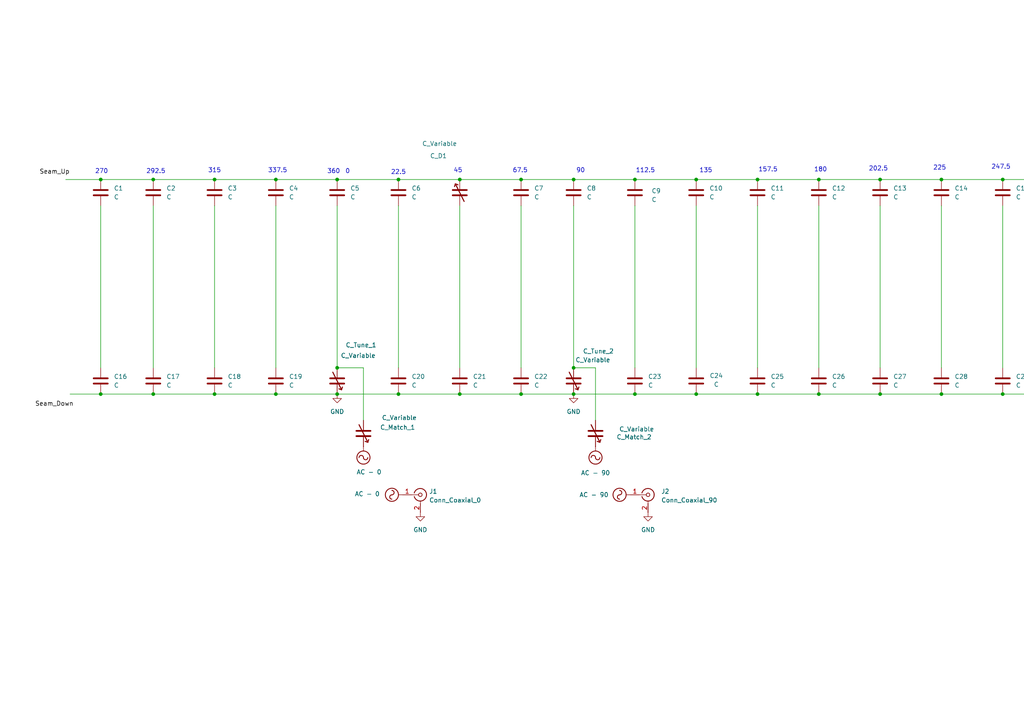
<source format=kicad_sch>
(kicad_sch (version 20250114) (generator "eeschema") (generator_version "9.0")
  (paper "A4")
  (lib_symbols
    (symbol "Connector:Conn_Coaxial" (pin_names (offset 1.016) (hide yes))
      (property "Reference" "J" (at 0.254 3.048 0))
      (property "Value" "Conn_Coaxial" (at 2.921 0 90))
      (symbol "Conn_Coaxial_0_1"
        (polyline (pts (xy -2.54 0) (xy -0.508 0)))
        (arc (start 1.778 0) (mid 0.222 -1.8079) (end -1.778 -0.508) (stroke (width 0.254)))
        (arc (start -1.778 0.508) (mid 0.2221 1.8084) (end 1.778 0) (stroke (width 0.254)))
        (circle (center 0 0) (radius 0.508) (stroke (width 0.2032)))
        (polyline (pts (xy 0 -2.54) (xy 0 -1.778)))
      )
      (symbol "Conn_Coaxial_1_1"
        (pin passive line (at -5.08 0 0) (length 2.54) (name "In") (number "1"))
        (pin passive line (at 0 -5.08 90) (length 2.54) (name "Ext") (number "2"))
      )
    )
    (symbol "Device:C" (pin_numbers (hide yes)) (pin_names (offset 0.254))
      (property "Reference" "C" (at 0.635 2.54 0))
      (property "Value" "C" (at 0.635 -2.54 0))
      (symbol "C_0_1"
        (polyline (pts (xy -2.032 0.762) (xy 2.032 0.762)) (stroke (width 0.508)))
        (polyline (pts (xy -2.032 -0.762) (xy 2.032 -0.762)) (stroke (width 0.508)))
      )
      (symbol "C_1_1"
        (pin passive line (at 0 3.81 270) (length 2.794) (name "~") (number "1"))
        (pin passive line (at 0 -3.81 90) (length 2.794) (name "~") (number "2"))
      )
    )
    (symbol "Device:C_Variable" (pin_numbers (hide yes)) (pin_names (offset 0.254) (hide yes))
      (property "Reference" "C" (at 0.635 -1.905 0))
      (property "Value" "C_Variable" (at 0.635 -3.81 0))
      (symbol "C_Variable_0_1"
        (polyline (pts (xy -2.032 0.762) (xy 2.032 0.762)) (stroke (width 0.508)))
        (polyline (pts (xy -2.032 -0.762) (xy 2.032 -0.762)) (stroke (width 0.508)))
        (polyline (pts (xy 1.27 2.54) (xy -1.27 -2.54)) (stroke (width 0.3048)))
        (polyline (pts (xy 1.27 2.54) (xy 0.508 2.286)) (stroke (width 0.3048)))
        (polyline (pts (xy 1.27 2.54) (xy 1.524 1.778)) (stroke (width 0.3048)))
      )
      (symbol "C_Variable_1_1"
        (pin passive line (at 0 3.81 270) (length 3.048) (name "~") (number "1"))
        (pin passive line (at 0 -3.81 90) (length 3.048) (name "~") (number "2"))
      )
    )
    (symbol "power:AC" (power) (pin_numbers (hide yes)) (pin_names (offset 0) (hide yes))
      (property "Value" "AC" (at 0 6.35 0))
      (symbol "AC_0_1"
        (arc (start -1.27 3.175) (mid -0.635 3.8073) (end 0 3.175) (stroke (width 0.254)))
        (circle (center 0 3.175) (radius 1.905) (stroke (width 0.254)))
        (polyline (pts (xy 0 0) (xy 0 1.27)))
        (arc (start 1.27 3.175) (mid 0.635 2.5427) (end 0 3.175) (stroke (width 0.254)))
      )
      (symbol "AC_1_1"
        (pin power_in line (at 0 0 90) (length 0) (name "~") (number "1"))
      )
    )
    (symbol "power:GND" (power) (pin_numbers (hide yes)) (pin_names (offset 0) (hide yes))
      (property "Value" "GND" (at 0 -3.81 0))
      (symbol "GND_0_1"
        (polyline (pts (xy 0 0) (xy 0 -1.27) (xy 1.27 -1.27) (xy 0 -2.54) (xy -1.27 -1.27) (xy 0 -1.27)))
      )
      (symbol "GND_1_1"
        (pin power_in line (at 0 0 270) (length 0) (name "~") (number "1"))
      )
    )
  )
  (text "22.5\n" (at 115.57 50.038 0) (effects (font (size 1.27 1.27))))
  (text "315" (at 62.23 49.53 0) (effects (font (size 1.27 1.27))))
  (text "202.5" (at 254.762 49.022 0) (effects (font (size 1.27 1.27))))
  (text "247.5" (at 290.322 48.514 0) (effects (font (size 1.27 1.27))))
  (text "157.5" (at 222.758 49.276 0) (effects (font (size 1.27 1.27))))
  (text "90\n" (at 168.402 49.53 0) (effects (font (size 1.27 1.27))))
  (text "225" (at 272.542 48.768 0) (effects (font (size 1.27 1.27))))
  (text "135\n" (at 204.724 49.53 0) (effects (font (size 1.27 1.27))))
  (text "292.5" (at 45.212 49.784 0) (effects (font (size 1.27 1.27))))
  (text "45\n" (at 132.842 49.53 0) (effects (font (size 1.27 1.27))))
  (text "360" (at 96.774 49.784 0) (effects (font (size 1.27 1.27))))
  (text "337.5" (at 80.518 49.53 0) (effects (font (size 1.27 1.27))))
  (text "180" (at 237.998 49.276 0) (effects (font (size 1.27 1.27))))
  (text "270" (at 29.464 49.784 0) (effects (font (size 1.27 1.27))))
  (text "0\n" (at 100.838 49.784 0) (effects (font (size 1.27 1.27))))
  (text "67.5\n" (at 150.876 49.53 0) (effects (font (size 1.27 1.27))))
  (text "112.5\n" (at 187.198 49.53 0) (effects (font (size 1.27 1.27))))
  (junction (at 133.35 114.3))
  (junction (at 273.05 52.07))
  (junction (at 237.49 52.07))
  (junction (at 290.83 52.07))
  (junction (at 97.79 114.3))
  (junction (at 201.93 114.3))
  (junction (at 151.13 114.3))
  (junction (at 44.45 52.07))
  (junction (at 80.01 52.07))
  (junction (at 166.37 52.07))
  (junction (at 290.83 114.3))
  (junction (at 237.49 114.3))
  (junction (at 29.21 114.3))
  (junction (at 166.37 106.68))
  (junction (at 97.79 106.68))
  (junction (at 133.35 52.07))
  (junction (at 219.71 114.3))
  (junction (at 219.71 52.07))
  (junction (at 29.21 52.07))
  (junction (at 115.57 52.07))
  (junction (at 97.79 52.07))
  (junction (at 184.15 52.07))
  (junction (at 80.01 114.3))
  (junction (at 62.23 114.3))
  (junction (at 62.23 52.07))
  (junction (at 255.27 52.07))
  (junction (at 273.05 114.3))
  (junction (at 166.37 114.3))
  (junction (at 115.57 114.3))
  (junction (at 201.93 52.07))
  (junction (at 184.15 114.3))
  (junction (at 255.27 114.3))
  (junction (at 151.13 52.07))
  (junction (at 44.45 114.3))
  (wire (pts (xy 219.71 59.69) (xy 219.71 106.68)))
  (wire (pts (xy 29.21 52.07) (xy 44.45 52.07)))
  (wire (pts (xy 151.13 59.69) (xy 151.13 106.68)))
  (wire (pts (xy 184.15 52.07) (xy 201.93 52.07)))
  (wire (pts (xy 29.21 59.69) (xy 29.21 106.68)))
  (wire (pts (xy 184.15 114.3) (xy 201.93 114.3)))
  (wire (pts (xy 273.05 114.3) (xy 290.83 114.3)))
  (wire (pts (xy 19.05 52.07) (xy 29.21 52.07)))
  (wire (pts (xy 237.49 59.69) (xy 237.49 106.68)))
  (wire (pts (xy 201.93 114.3) (xy 219.71 114.3)))
  (wire (pts (xy 105.41 106.68) (xy 97.79 106.68)))
  (wire (pts (xy 44.45 52.07) (xy 62.23 52.07)))
  (wire (pts (xy 97.79 52.07) (xy 115.57 52.07)))
  (wire (pts (xy 255.27 114.3) (xy 273.05 114.3)))
  (wire (pts (xy 273.05 52.07) (xy 290.83 52.07)))
  (wire (pts (xy 44.45 114.3) (xy 62.23 114.3)))
  (wire (pts (xy 97.79 59.69) (xy 97.79 106.68)))
  (wire (pts (xy 44.45 59.69) (xy 44.45 106.68)))
  (wire (pts (xy 273.05 59.69) (xy 273.05 106.68)))
  (wire (pts (xy 255.27 59.69) (xy 255.27 106.68)))
  (wire (pts (xy 290.83 114.3) (xy 306.07 114.3)))
  (wire (pts (xy 80.01 114.3) (xy 97.79 114.3)))
  (wire (pts (xy 184.15 59.69) (xy 184.15 106.68)))
  (wire (pts (xy 133.35 52.07) (xy 151.13 52.07)))
  (wire (pts (xy 62.23 114.3) (xy 80.01 114.3)))
  (wire (pts (xy 172.72 106.68) (xy 172.72 121.92)))
  (wire (pts (xy 151.13 52.07) (xy 166.37 52.07)))
  (wire (pts (xy 115.57 52.07) (xy 133.35 52.07)))
  (wire (pts (xy 166.37 59.69) (xy 166.37 106.68)))
  (wire (pts (xy 166.37 114.3) (xy 184.15 114.3)))
  (wire (pts (xy 133.35 114.3) (xy 151.13 114.3)))
  (wire (pts (xy 237.49 114.3) (xy 255.27 114.3)))
  (wire (pts (xy 201.93 59.69) (xy 201.93 106.68)))
  (wire (pts (xy 219.71 114.3) (xy 237.49 114.3)))
  (wire (pts (xy 105.41 106.68) (xy 105.41 121.92)))
  (wire (pts (xy 237.49 52.07) (xy 255.27 52.07)))
  (wire (pts (xy 255.27 52.07) (xy 273.05 52.07)))
  (wire (pts (xy 151.13 114.3) (xy 166.37 114.3)))
  (wire (pts (xy 62.23 52.07) (xy 80.01 52.07)))
  (wire (pts (xy 166.37 106.68) (xy 172.72 106.68)))
  (wire (pts (xy 20.32 114.3) (xy 29.21 114.3)))
  (wire (pts (xy 133.35 59.69) (xy 133.35 106.68)))
  (wire (pts (xy 97.79 114.3) (xy 115.57 114.3)))
  (wire (pts (xy 290.83 52.07) (xy 306.07 52.07)))
  (wire (pts (xy 166.37 52.07) (xy 184.15 52.07)))
  (wire (pts (xy 115.57 114.3) (xy 133.35 114.3)))
  (wire (pts (xy 80.01 59.69) (xy 80.01 106.68)))
  (wire (pts (xy 290.83 59.69) (xy 290.83 106.68)))
  (wire (pts (xy 29.21 114.3) (xy 44.45 114.3)))
  (wire (pts (xy 62.23 59.69) (xy 62.23 106.68)))
  (wire (pts (xy 80.01 52.07) (xy 97.79 52.07)))
  (wire (pts (xy 201.93 52.07) (xy 219.71 52.07)))
  (wire (pts (xy 115.57 59.69) (xy 115.57 106.68)))
  (wire (pts (xy 219.71 52.07) (xy 237.49 52.07)))
  (label "Seam_Up" (at 11.43 50.8 0))
  (label "Seam_Up" (at 304.8 49.53 0))
  (label "Seam_Down" (at 303.53 118.11 0))
  (label "Seam_Down" (at 10.16 118.11 0))
  (symbol (lib_id "power:AC") (at 182.88 143.51 90) (unit 1)
    (property "Reference" "#PWR06" (effects (hide yes)))
    (property "Value" "AC - 90" (at 176.53 143.5099 90) (effects (justify left)))
    (property "Description" "Power symbol creates a global label with name \"AC\"" (effects (hide yes)))
  )
  (symbol (lib_id "Device:C") (at 273.05 110.49 180) (unit 1)
    (property "Reference" "C28" (at 276.86 109.2199 0) (effects (justify right)))
    (property "Value" "C" (at 276.86 111.7599 0) (effects (justify right)))
    (property "Footprint" "custom_footprints:CAP_R07_AV4T_JOD" (effects (hide yes)))
    (property "Description" "Unpolarized capacitor" (effects (hide yes)))
  )
  (symbol (lib_id "Device:C") (at 151.13 55.88 180) (unit 1)
    (property "Reference" "C7" (at 154.94 54.6099 0) (effects (justify right)))
    (property "Value" "C" (at 154.94 57.1499 0) (effects (justify right)))
    (property "Footprint" "custom_footprints:CAP_R07_AV4T_JOD" (effects (hide yes)))
    (property "Description" "Unpolarized capacitor" (effects (hide yes)))
  )
  (symbol (lib_id "Device:C") (at 201.93 55.88 180) (unit 1)
    (property "Reference" "C10" (at 205.74 54.6099 0) (effects (justify right)))
    (property "Value" "C" (at 205.74 57.1499 0) (effects (justify right)))
    (property "Footprint" "custom_footprints:CAP_R07_AV4T_JOD" (effects (hide yes)))
    (property "Description" "Unpolarized capacitor" (effects (hide yes)))
  )
  (symbol (lib_id "Connector:Conn_Coaxial") (at 187.96 143.51 0) (unit 1)
    (property "Reference" "J2" (at 191.77 142.5331 0) (effects (justify left)))
    (property "Value" "Conn_Coaxial_90" (at 191.77 145.0731 0) (effects (justify left)))
    (property "Footprint" "custom_footprints:142-9701-301" (effects (hide yes)))
    (property "Description" "coaxial connector (BNC, SMA, SMB, SMC, Cinch/RCA, LEMO, ...)" (effects (hide yes)))
  )
  (symbol (lib_id "Device:C") (at 133.35 110.49 180) (unit 1)
    (property "Reference" "C21" (at 137.16 109.2199 0) (effects (justify right)))
    (property "Value" "C" (at 137.16 111.7599 0) (effects (justify right)))
    (property "Footprint" "custom_footprints:CAP_R07_AV4T_JOD" (effects (hide yes)))
    (property "Description" "Unpolarized capacitor" (effects (hide yes)))
  )
  (symbol (lib_id "Device:C") (at 201.93 110.49 180) (unit 1)
    (property "Reference" "C24" (at 207.772 108.966 0))
    (property "Value" "C" (at 207.772 111.506 0))
    (property "Footprint" "custom_footprints:CAP_R07_AV4T_JOD" (effects (hide yes)))
    (property "Description" "Unpolarized capacitor" (effects (hide yes)))
  )
  (symbol (lib_id "Device:C") (at 166.37 55.88 180) (unit 1)
    (property "Reference" "C8" (at 170.18 54.6099 0) (effects (justify right)))
    (property "Value" "C" (at 170.18 57.1499 0) (effects (justify right)))
    (property "Footprint" "custom_footprints:CAP_R07_AV4T_JOD" (effects (hide yes)))
    (property "Description" "Unpolarized capacitor" (effects (hide yes)))
  )
  (symbol (lib_id "Device:C") (at 219.71 55.88 180) (unit 1)
    (property "Reference" "C11" (at 223.52 54.6099 0) (effects (justify right)))
    (property "Value" "C" (at 223.52 57.1499 0) (effects (justify right)))
    (property "Footprint" "custom_footprints:CAP_R07_AV4T_JOD" (effects (hide yes)))
    (property "Description" "Unpolarized capacitor" (effects (hide yes)))
  )
  (symbol (lib_id "Connector:Conn_Coaxial") (at 121.92 143.51 0) (unit 1)
    (property "Reference" "J1" (at 124.46 142.5331 0) (effects (justify left)))
    (property "Value" "Conn_Coaxial_0" (at 124.46 145.0731 0) (effects (justify left)))
    (property "Footprint" "custom_footprints:142-9701-301" (effects (hide yes)))
    (property "Description" "coaxial connector (BNC, SMA, SMB, SMC, Cinch/RCA, LEMO, ...)" (effects (hide yes)))
  )
  (symbol (lib_id "Device:C") (at 44.45 110.49 180) (unit 1)
    (property "Reference" "C17" (at 48.26 109.2199 0) (effects (justify right)))
    (property "Value" "C" (at 48.26 111.7599 0) (effects (justify right)))
    (property "Footprint" "custom_footprints:CAP_R07_AV4T_JOD" (effects (hide yes)))
    (property "Description" "Unpolarized capacitor" (effects (hide yes)))
  )
  (symbol (lib_id "Device:C") (at 255.27 55.88 180) (unit 1)
    (property "Reference" "C13" (at 259.08 54.6099 0) (effects (justify right)))
    (property "Value" "C" (at 259.08 57.1499 0) (effects (justify right)))
    (property "Footprint" "custom_footprints:CAP_R07_AV4T_JOD" (effects (hide yes)))
    (property "Description" "Unpolarized capacitor" (effects (hide yes)))
  )
  (symbol (lib_id "Device:C") (at 184.15 55.88 180) (unit 1)
    (property "Reference" "C9" (at 188.976 55.372 0) (effects (justify right)))
    (property "Value" "C" (at 188.976 57.912 0) (effects (justify right)))
    (property "Footprint" "custom_footprints:CAP_R07_AV4T_JOD" (effects (hide yes)))
    (property "Description" "Unpolarized capacitor" (effects (hide yes)))
  )
  (symbol (lib_id "Device:C_Variable") (at 166.37 110.49 0) (mirror x) (unit 1)
    (property "Reference" "C_Tune_2" (at 178.054 101.854 0) (effects (justify right)))
    (property "Value" "C_Variable" (at 177.038 104.394 0) (effects (justify right)))
    (property "Footprint" "custom_footprints:trimmer_cap_smaller" (effects (hide yes)))
    (property "Description" "Variable capacitor" (effects (hide yes)))
  )
  (symbol (lib_id "Device:C") (at 237.49 110.49 180) (unit 1)
    (property "Reference" "C26" (at 241.3 109.2199 0) (effects (justify right)))
    (property "Value" "C" (at 241.3 111.7599 0) (effects (justify right)))
    (property "Footprint" "custom_footprints:CAP_R07_AV4T_JOD" (effects (hide yes)))
    (property "Description" "Unpolarized capacitor" (effects (hide yes)))
  )
  (symbol (lib_id "Device:C_Variable") (at 133.35 55.88 0) (mirror y) (unit 1)
    (property "Reference" "C_D1" (at 124.714 45.212 0) (effects (justify right)))
    (property "Value" "C_Variable" (at 122.428 41.656 0) (effects (justify right)))
    (property "Footprint" "custom_footprints:trimmer_cap_tiny" (effects (hide yes)))
    (property "Description" "Variable capacitor" (effects (hide yes)))
  )
  (symbol (lib_id "Device:C") (at 62.23 110.49 180) (unit 1)
    (property "Reference" "C18" (at 66.04 109.2199 0) (effects (justify right)))
    (property "Value" "C" (at 66.04 111.7599 0) (effects (justify right)))
    (property "Footprint" "custom_footprints:CAP_R07_AV4T_JOD" (effects (hide yes)))
    (property "Description" "Unpolarized capacitor" (effects (hide yes)))
  )
  (symbol (lib_id "Device:C") (at 80.01 55.88 180) (unit 1)
    (property "Reference" "C4" (at 83.82 54.6099 0) (effects (justify right)))
    (property "Value" "C" (at 83.82 57.1499 0) (effects (justify right)))
    (property "Footprint" "custom_footprints:CAP_R07_AV4T_JOD" (effects (hide yes)))
    (property "Description" "Unpolarized capacitor" (effects (hide yes)))
  )
  (symbol (lib_id "power:AC") (at 172.72 129.54 180) (unit 1)
    (property "Reference" "#PWR04" (effects (hide yes)))
    (property "Value" "AC - 90" (at 172.72 137.16 0))
    (property "Description" "Power symbol creates a global label with name \"AC\"" (effects (hide yes)))
  )
  (symbol (lib_id "Device:C") (at 80.01 110.49 180) (unit 1)
    (property "Reference" "C19" (at 83.82 109.2199 0) (effects (justify right)))
    (property "Value" "C" (at 83.82 111.7599 0) (effects (justify right)))
    (property "Footprint" "custom_footprints:CAP_R07_AV4T_JOD" (effects (hide yes)))
    (property "Description" "Unpolarized capacitor" (effects (hide yes)))
  )
  (symbol (lib_id "Device:C") (at 97.79 55.88 180) (unit 1)
    (property "Reference" "C5" (at 101.6 54.6099 0) (effects (justify right)))
    (property "Value" "C" (at 101.6 57.1499 0) (effects (justify right)))
    (property "Footprint" "custom_footprints:CAP_R07_AV4T_JOD" (effects (hide yes)))
    (property "Description" "Unpolarized capacitor" (effects (hide yes)))
  )
  (symbol (lib_id "Device:C") (at 62.23 55.88 180) (unit 1)
    (property "Reference" "C3" (at 66.04 54.6099 0) (effects (justify right)))
    (property "Value" "C" (at 66.04 57.1499 0) (effects (justify right)))
    (property "Footprint" "custom_footprints:CAP_R07_AV4T_JOD" (effects (hide yes)))
    (property "Description" "Unpolarized capacitor" (effects (hide yes)))
  )
  (symbol (lib_id "Device:C") (at 44.45 55.88 180) (unit 1)
    (property "Reference" "C2" (at 48.26 54.6099 0) (effects (justify right)))
    (property "Value" "C" (at 48.26 57.1499 0) (effects (justify right)))
    (property "Footprint" "custom_footprints:CAP_R07_AV4T_JOD" (effects (hide yes)))
    (property "Description" "Unpolarized capacitor" (effects (hide yes)))
  )
  (symbol (lib_id "Device:C_Variable") (at 105.41 125.73 0) (mirror x) (unit 1)
    (property "Reference" "C_Match_1" (at 110.236 123.952 0) (effects (justify left)))
    (property "Value" "C_Variable" (at 110.744 121.158 0) (effects (justify left)))
    (property "Footprint" "custom_footprints:trimmer_cap_smaller" (effects (hide yes)))
    (property "Description" "Variable capacitor" (effects (hide yes)))
  )
  (symbol (lib_id "power:GND") (at 121.92 148.59 0) (unit 1)
    (property "Reference" "#PWR07" (effects (hide yes)))
    (property "Value" "GND" (at 121.92 153.67 0))
    (property "Description" "Power symbol creates a global label with name \"GND\" , ground" (effects (hide yes)))
  )
  (symbol (lib_id "power:GND") (at 166.37 114.3 0) (unit 1)
    (property "Reference" "#PWR02" (effects (hide yes)))
    (property "Value" "GND" (at 166.37 119.38 0))
    (property "Description" "Power symbol creates a global label with name \"GND\" , ground" (effects (hide yes)))
  )
  (symbol (lib_id "Device:C") (at 237.49 55.88 180) (unit 1)
    (property "Reference" "C12" (at 241.3 54.6099 0) (effects (justify right)))
    (property "Value" "C" (at 241.3 57.1499 0) (effects (justify right)))
    (property "Footprint" "custom_footprints:CAP_R07_AV4T_JOD" (effects (hide yes)))
    (property "Description" "Unpolarized capacitor" (effects (hide yes)))
  )
  (symbol (lib_id "power:GND") (at 97.79 114.3 0) (unit 1)
    (property "Reference" "#PWR01" (effects (hide yes)))
    (property "Value" "GND" (at 97.79 119.38 0))
    (property "Description" "Power symbol creates a global label with name \"GND\" , ground" (effects (hide yes)))
  )
  (symbol (lib_id "power:AC") (at 105.41 129.54 180) (unit 1)
    (property "Reference" "#PWR03" (effects (hide yes)))
    (property "Value" "AC - 0" (at 103.378 136.906 0) (effects (justify right)))
    (property "Description" "Power symbol creates a global label with name \"AC\"" (effects (hide yes)))
  )
  (symbol (lib_id "Device:C") (at 151.13 110.49 180) (unit 1)
    (property "Reference" "C22" (at 154.94 109.2199 0) (effects (justify right)))
    (property "Value" "C" (at 154.94 111.7599 0) (effects (justify right)))
    (property "Footprint" "custom_footprints:CAP_R07_AV4T_JOD" (effects (hide yes)))
    (property "Description" "Unpolarized capacitor" (effects (hide yes)))
  )
  (symbol (lib_id "Device:C") (at 255.27 110.49 180) (unit 1)
    (property "Reference" "C27" (at 259.08 109.2199 0) (effects (justify right)))
    (property "Value" "C" (at 259.08 111.7599 0) (effects (justify right)))
    (property "Footprint" "custom_footprints:CAP_R07_AV4T_JOD" (effects (hide yes)))
    (property "Description" "Unpolarized capacitor" (effects (hide yes)))
  )
  (symbol (lib_id "Device:C") (at 273.05 55.88 180) (unit 1)
    (property "Reference" "C14" (at 276.86 54.6099 0) (effects (justify right)))
    (property "Value" "C" (at 276.86 57.1499 0) (effects (justify right)))
    (property "Footprint" "custom_footprints:CAP_R07_AV4T_JOD" (effects (hide yes)))
    (property "Description" "Unpolarized capacitor" (effects (hide yes)))
  )
  (symbol (lib_id "Device:C") (at 115.57 110.49 180) (unit 1)
    (property "Reference" "C20" (at 119.38 109.2199 0) (effects (justify right)))
    (property "Value" "C" (at 119.38 111.7599 0) (effects (justify right)))
    (property "Footprint" "custom_footprints:CAP_R07_AV4T_JOD" (effects (hide yes)))
    (property "Description" "Unpolarized capacitor" (effects (hide yes)))
  )
  (symbol (lib_id "Device:C") (at 290.83 110.49 180) (unit 1)
    (property "Reference" "C29" (at 294.64 109.2199 0) (effects (justify right)))
    (property "Value" "C" (at 294.64 111.7599 0) (effects (justify right)))
    (property "Footprint" "custom_footprints:CAP_R07_AV4T_JOD" (effects (hide yes)))
    (property "Description" "Unpolarized capacitor" (effects (hide yes)))
  )
  (symbol (lib_id "power:AC") (at 116.84 143.51 90) (unit 1)
    (property "Reference" "#PWR05" (effects (hide yes)))
    (property "Value" "AC - 0" (at 102.87 143.256 90) (effects (justify right)))
    (property "Description" "Power symbol creates a global label with name \"AC\"" (effects (hide yes)))
  )
  (symbol (lib_id "Device:C") (at 115.57 55.88 180) (unit 1)
    (property "Reference" "C6" (at 119.38 54.6099 0) (effects (justify right)))
    (property "Value" "C" (at 119.38 57.1499 0) (effects (justify right)))
    (property "Footprint" "custom_footprints:CAP_R07_AV4T_JOD" (effects (hide yes)))
    (property "Description" "Unpolarized capacitor" (effects (hide yes)))
  )
  (symbol (lib_id "Device:C_Variable") (at 172.72 125.73 0) (mirror x) (unit 1)
    (property "Reference" "C_Match_2" (at 178.816 126.746 0) (effects (justify left)))
    (property "Value" "C_Variable" (at 179.578 124.46 0) (effects (justify left)))
    (property "Footprint" "custom_footprints:trimmer_cap_smaller" (effects (hide yes)))
    (property "Description" "Variable capacitor" (effects (hide yes)))
  )
  (symbol (lib_id "Device:C") (at 219.71 110.49 180) (unit 1)
    (property "Reference" "C25" (at 223.52 109.2199 0) (effects (justify right)))
    (property "Value" "C" (at 223.52 111.7599 0) (effects (justify right)))
    (property "Footprint" "custom_footprints:CAP_R07_AV4T_JOD" (effects (hide yes)))
    (property "Description" "Unpolarized capacitor" (effects (hide yes)))
  )
  (symbol (lib_id "Device:C") (at 290.83 55.88 180) (unit 1)
    (property "Reference" "C15" (at 294.64 54.6099 0) (effects (justify right)))
    (property "Value" "C" (at 294.64 57.1499 0) (effects (justify right)))
    (property "Footprint" "custom_footprints:CAP_R07_AV4T_JOD" (effects (hide yes)))
    (property "Description" "Unpolarized capacitor" (effects (hide yes)))
  )
  (symbol (lib_id "Device:C") (at 184.15 110.49 180) (unit 1)
    (property "Reference" "C23" (at 187.96 109.2199 0) (effects (justify right)))
    (property "Value" "C" (at 187.96 111.7599 0) (effects (justify right)))
    (property "Footprint" "custom_footprints:CAP_R07_AV4T_JOD" (effects (hide yes)))
    (property "Description" "Unpolarized capacitor" (effects (hide yes)))
  )
  (symbol (lib_id "Device:C") (at 29.21 110.49 180) (unit 1)
    (property "Reference" "C16" (at 33.02 109.2199 0) (effects (justify right)))
    (property "Value" "C" (at 33.02 111.7599 0) (effects (justify right)))
    (property "Footprint" "custom_footprints:CAP_R07_AV4T_JOD" (effects (hide yes)))
    (property "Description" "Unpolarized capacitor" (effects (hide yes)))
  )
  (symbol (lib_id "Device:C") (at 29.21 55.88 180) (unit 1)
    (property "Reference" "C1" (at 33.02 54.6099 0) (effects (justify right)))
    (property "Value" "C" (at 33.02 57.1499 0) (effects (justify right)))
    (property "Footprint" "custom_footprints:CAP_R07_AV4T_JOD" (effects (hide yes)))
    (property "Description" "Unpolarized capacitor" (effects (hide yes)))
  )
  (symbol (lib_id "Device:C_Variable") (at 97.79 110.49 0) (mirror x) (unit 1)
    (property "Reference" "C_Tune_1" (at 109.22 100.076 0) (effects (justify right)))
    (property "Value" "C_Variable" (at 108.966 103.124 0) (effects (justify right)))
    (property "Footprint" "custom_footprints:trimmer_cap_smaller" (effects (hide yes)))
    (property "Description" "Variable capacitor" (effects (hide yes)))
  )
  (symbol (lib_id "power:GND") (at 187.96 148.59 0) (unit 1)
    (property "Reference" "#PWR08" (effects (hide yes)))
    (property "Value" "GND" (at 187.96 153.67 0))
    (property "Description" "Power symbol creates a global label with name \"GND\" , ground" (effects (hide yes)))
  )
)
</source>
